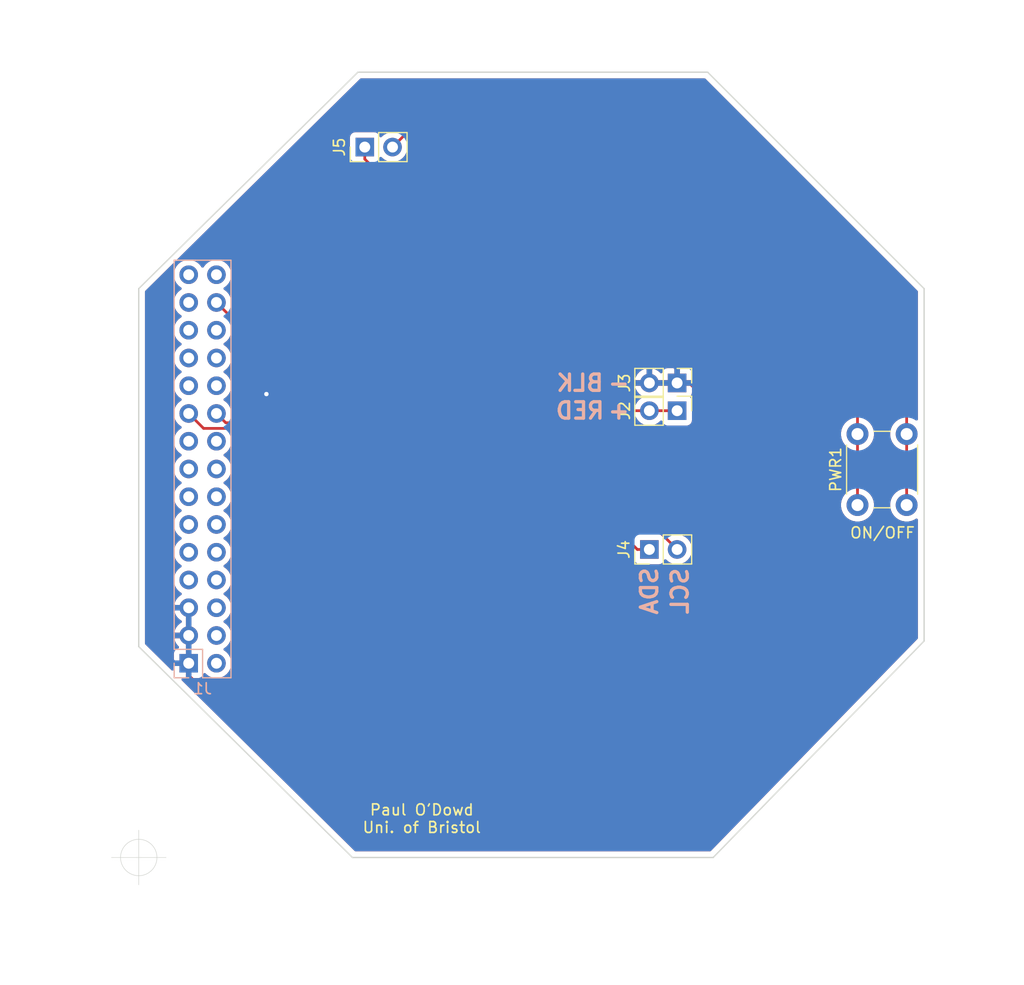
<source format=kicad_pcb>
(kicad_pcb (version 20171130) (host pcbnew "(5.1.4)-1")

  (general
    (thickness 1.6)
    (drawings 17)
    (tracks 36)
    (zones 0)
    (modules 6)
    (nets 31)
  )

  (page A4)
  (layers
    (0 F.Cu signal)
    (31 B.Cu signal)
    (32 B.Adhes user hide)
    (33 F.Adhes user hide)
    (34 B.Paste user hide)
    (35 F.Paste user hide)
    (36 B.SilkS user)
    (37 F.SilkS user)
    (38 B.Mask user)
    (39 F.Mask user)
    (40 Dwgs.User user hide)
    (41 Cmts.User user hide)
    (42 Eco1.User user hide)
    (43 Eco2.User user hide)
    (44 Edge.Cuts user)
    (45 Margin user hide)
    (46 B.CrtYd user)
    (47 F.CrtYd user hide)
    (48 B.Fab user)
    (49 F.Fab user hide)
  )

  (setup
    (last_trace_width 0.25)
    (trace_clearance 0.2)
    (zone_clearance 0.508)
    (zone_45_only no)
    (trace_min 0.2)
    (via_size 0.8)
    (via_drill 0.4)
    (via_min_size 0.4)
    (via_min_drill 0.3)
    (uvia_size 0.3)
    (uvia_drill 0.1)
    (uvias_allowed no)
    (uvia_min_size 0.2)
    (uvia_min_drill 0.1)
    (edge_width 0.05)
    (segment_width 0.2)
    (pcb_text_width 0.3)
    (pcb_text_size 1.5 1.5)
    (mod_edge_width 0.12)
    (mod_text_size 1 1)
    (mod_text_width 0.15)
    (pad_size 1.07 1.8)
    (pad_drill 0.7)
    (pad_to_mask_clearance 0.051)
    (solder_mask_min_width 0.25)
    (aux_axis_origin 82.804 130.048)
    (grid_origin 82.804 130.048)
    (visible_elements 7FFFFFFF)
    (pcbplotparams
      (layerselection 0x010f0_ffffffff)
      (usegerberextensions false)
      (usegerberattributes false)
      (usegerberadvancedattributes false)
      (creategerberjobfile false)
      (excludeedgelayer true)
      (linewidth 0.100000)
      (plotframeref false)
      (viasonmask false)
      (mode 1)
      (useauxorigin false)
      (hpglpennumber 1)
      (hpglpenspeed 20)
      (hpglpendiameter 15.000000)
      (psnegative false)
      (psa4output false)
      (plotreference true)
      (plotvalue true)
      (plotinvisibletext false)
      (padsonsilk false)
      (subtractmaskfromsilk false)
      (outputformat 1)
      (mirror false)
      (drillshape 0)
      (scaleselection 1)
      (outputdirectory "Gerbers/"))
  )

  (net 0 "")
  (net 1 GND)
  (net 2 +5V)
  (net 3 "Net-(J5-Pad1)")
  (net 4 "Net-(J5-Pad2)")
  (net 5 "Net-(J1-Pad2)")
  (net 6 "Net-(J1-Pad4)")
  (net 7 "Net-(J1-Pad6)")
  (net 8 "Net-(J1-Pad7)")
  (net 9 "Net-(J1-Pad8)")
  (net 10 "Net-(J1-Pad9)")
  (net 11 "Net-(J1-Pad10)")
  (net 12 "Net-(J1-Pad11)")
  (net 13 "Net-(J1-Pad12)")
  (net 14 "Net-(J1-Pad13)")
  (net 15 "Net-(J1-Pad15)")
  (net 16 "Net-(J1-Pad19)")
  (net 17 "Net-(J1-Pad20)")
  (net 18 "Net-(J1-Pad21)")
  (net 19 "Net-(J1-Pad22)")
  (net 20 "Net-(J1-Pad23)")
  (net 21 "Net-(J1-Pad24)")
  (net 22 "Net-(J1-Pad25)")
  (net 23 "Net-(J1-Pad26)")
  (net 24 "Net-(J1-Pad27)")
  (net 25 "Net-(J1-Pad29)")
  (net 26 "Net-(J1-Pad30)")
  (net 27 "Net-(J1-Pad14)")
  (net 28 "Net-(J1-Pad16)")
  (net 29 "Net-(J1-Pad17)")
  (net 30 "Net-(J1-Pad18)")

  (net_class Default "This is the default net class."
    (clearance 0.2)
    (trace_width 0.25)
    (via_dia 0.8)
    (via_drill 0.4)
    (uvia_dia 0.3)
    (uvia_drill 0.1)
    (add_net +5V)
    (add_net GND)
    (add_net "Net-(J1-Pad10)")
    (add_net "Net-(J1-Pad11)")
    (add_net "Net-(J1-Pad12)")
    (add_net "Net-(J1-Pad13)")
    (add_net "Net-(J1-Pad14)")
    (add_net "Net-(J1-Pad15)")
    (add_net "Net-(J1-Pad16)")
    (add_net "Net-(J1-Pad17)")
    (add_net "Net-(J1-Pad18)")
    (add_net "Net-(J1-Pad19)")
    (add_net "Net-(J1-Pad2)")
    (add_net "Net-(J1-Pad20)")
    (add_net "Net-(J1-Pad21)")
    (add_net "Net-(J1-Pad22)")
    (add_net "Net-(J1-Pad23)")
    (add_net "Net-(J1-Pad24)")
    (add_net "Net-(J1-Pad25)")
    (add_net "Net-(J1-Pad26)")
    (add_net "Net-(J1-Pad27)")
    (add_net "Net-(J1-Pad29)")
    (add_net "Net-(J1-Pad30)")
    (add_net "Net-(J1-Pad4)")
    (add_net "Net-(J1-Pad6)")
    (add_net "Net-(J1-Pad7)")
    (add_net "Net-(J1-Pad8)")
    (add_net "Net-(J1-Pad9)")
    (add_net "Net-(J5-Pad1)")
    (add_net "Net-(J5-Pad2)")
  )

  (module Connector_PinHeader_2.54mm:PinHeader_1x02_P2.54mm_Vertical (layer F.Cu) (tedit 59FED5CC) (tstamp 62553FF5)
    (at 132.08 89.154 270)
    (descr "Through hole straight pin header, 1x02, 2.54mm pitch, single row")
    (tags "Through hole pin header THT 1x02 2.54mm single row")
    (path /622E82BA)
    (fp_text reference J2 (at 0 4.826 90) (layer F.SilkS)
      (effects (font (size 1 1) (thickness 0.15)))
    )
    (fp_text value 5v_3Pi (at 2.54 1.27 180) (layer F.Fab)
      (effects (font (size 1 1) (thickness 0.15)))
    )
    (fp_line (start -0.635 -1.27) (end 1.27 -1.27) (layer F.Fab) (width 0.1))
    (fp_line (start 1.27 -1.27) (end 1.27 3.81) (layer F.Fab) (width 0.1))
    (fp_line (start 1.27 3.81) (end -1.27 3.81) (layer F.Fab) (width 0.1))
    (fp_line (start -1.27 3.81) (end -1.27 -0.635) (layer F.Fab) (width 0.1))
    (fp_line (start -1.27 -0.635) (end -0.635 -1.27) (layer F.Fab) (width 0.1))
    (fp_line (start -1.33 3.87) (end 1.33 3.87) (layer F.SilkS) (width 0.12))
    (fp_line (start -1.33 1.27) (end -1.33 3.87) (layer F.SilkS) (width 0.12))
    (fp_line (start 1.33 1.27) (end 1.33 3.87) (layer F.SilkS) (width 0.12))
    (fp_line (start -1.33 1.27) (end 1.33 1.27) (layer F.SilkS) (width 0.12))
    (fp_line (start -1.33 0) (end -1.33 -1.33) (layer F.SilkS) (width 0.12))
    (fp_line (start -1.33 -1.33) (end 0 -1.33) (layer F.SilkS) (width 0.12))
    (fp_line (start -1.8 -1.8) (end -1.8 4.35) (layer F.CrtYd) (width 0.05))
    (fp_line (start -1.8 4.35) (end 1.8 4.35) (layer F.CrtYd) (width 0.05))
    (fp_line (start 1.8 4.35) (end 1.8 -1.8) (layer F.CrtYd) (width 0.05))
    (fp_line (start 1.8 -1.8) (end -1.8 -1.8) (layer F.CrtYd) (width 0.05))
    (fp_text user %R (at 0 1.27) (layer F.Fab)
      (effects (font (size 1 1) (thickness 0.15)))
    )
    (pad 1 thru_hole rect (at 0 0 270) (size 1.7 1.7) (drill 1) (layers *.Cu *.Mask)
      (net 2 +5V))
    (pad 2 thru_hole oval (at 0 2.54 270) (size 1.7 1.7) (drill 1) (layers *.Cu *.Mask)
      (net 2 +5V))
    (model ${KISYS3DMOD}/Connector_PinHeader_2.54mm.3dshapes/PinHeader_1x02_P2.54mm_Vertical.wrl
      (at (xyz 0 0 0))
      (scale (xyz 1 1 1))
      (rotate (xyz 0 0 0))
    )
  )

  (module Connector_PinHeader_2.54mm:PinHeader_1x02_P2.54mm_Vertical (layer F.Cu) (tedit 59FED5CC) (tstamp 62553FB5)
    (at 132.08 86.614 270)
    (descr "Through hole straight pin header, 1x02, 2.54mm pitch, single row")
    (tags "Through hole pin header THT 1x02 2.54mm single row")
    (path /622E6D83)
    (fp_text reference J3 (at 0 4.826 90) (layer F.SilkS)
      (effects (font (size 1 1) (thickness 0.15)))
    )
    (fp_text value GND_3Pi (at -2.54 1.27) (layer F.Fab)
      (effects (font (size 1 1) (thickness 0.15)))
    )
    (fp_line (start -0.635 -1.27) (end 1.27 -1.27) (layer F.Fab) (width 0.1))
    (fp_line (start 1.27 -1.27) (end 1.27 3.81) (layer F.Fab) (width 0.1))
    (fp_line (start 1.27 3.81) (end -1.27 3.81) (layer F.Fab) (width 0.1))
    (fp_line (start -1.27 3.81) (end -1.27 -0.635) (layer F.Fab) (width 0.1))
    (fp_line (start -1.27 -0.635) (end -0.635 -1.27) (layer F.Fab) (width 0.1))
    (fp_line (start -1.33 3.87) (end 1.33 3.87) (layer F.SilkS) (width 0.12))
    (fp_line (start -1.33 1.27) (end -1.33 3.87) (layer F.SilkS) (width 0.12))
    (fp_line (start 1.33 1.27) (end 1.33 3.87) (layer F.SilkS) (width 0.12))
    (fp_line (start -1.33 1.27) (end 1.33 1.27) (layer F.SilkS) (width 0.12))
    (fp_line (start -1.33 0) (end -1.33 -1.33) (layer F.SilkS) (width 0.12))
    (fp_line (start -1.33 -1.33) (end 0 -1.33) (layer F.SilkS) (width 0.12))
    (fp_line (start -1.8 -1.8) (end -1.8 4.35) (layer F.CrtYd) (width 0.05))
    (fp_line (start -1.8 4.35) (end 1.8 4.35) (layer F.CrtYd) (width 0.05))
    (fp_line (start 1.8 4.35) (end 1.8 -1.8) (layer F.CrtYd) (width 0.05))
    (fp_line (start 1.8 -1.8) (end -1.8 -1.8) (layer F.CrtYd) (width 0.05))
    (fp_text user %R (at 0 1.27) (layer F.Fab)
      (effects (font (size 1 1) (thickness 0.15)))
    )
    (pad 1 thru_hole rect (at 0 0 270) (size 1.7 1.7) (drill 1) (layers *.Cu *.Mask)
      (net 1 GND))
    (pad 2 thru_hole oval (at 0 2.54 270) (size 1.7 1.7) (drill 1) (layers *.Cu *.Mask)
      (net 1 GND))
    (model ${KISYS3DMOD}/Connector_PinHeader_2.54mm.3dshapes/PinHeader_1x02_P2.54mm_Vertical.wrl
      (at (xyz 0 0 0))
      (scale (xyz 1 1 1))
      (rotate (xyz 0 0 0))
    )
  )

  (module Connector_PinHeader_2.54mm:PinHeader_1x02_P2.54mm_Vertical (layer F.Cu) (tedit 59FED5CC) (tstamp 62553F32)
    (at 129.54 101.854 90)
    (descr "Through hole straight pin header, 1x02, 2.54mm pitch, single row")
    (tags "Through hole pin header THT 1x02 2.54mm single row")
    (path /622E8999)
    (fp_text reference J4 (at 0 -2.33 90) (layer F.SilkS)
      (effects (font (size 1 1) (thickness 0.15)))
    )
    (fp_text value I2C_3Pi (at 2.54 1.016) (layer F.Fab)
      (effects (font (size 1 1) (thickness 0.15)))
    )
    (fp_text user %R (at 0 1.27) (layer F.Fab)
      (effects (font (size 1 1) (thickness 0.15)))
    )
    (fp_line (start 1.8 -1.8) (end -1.8 -1.8) (layer F.CrtYd) (width 0.05))
    (fp_line (start 1.8 4.35) (end 1.8 -1.8) (layer F.CrtYd) (width 0.05))
    (fp_line (start -1.8 4.35) (end 1.8 4.35) (layer F.CrtYd) (width 0.05))
    (fp_line (start -1.8 -1.8) (end -1.8 4.35) (layer F.CrtYd) (width 0.05))
    (fp_line (start -1.33 -1.33) (end 0 -1.33) (layer F.SilkS) (width 0.12))
    (fp_line (start -1.33 0) (end -1.33 -1.33) (layer F.SilkS) (width 0.12))
    (fp_line (start -1.33 1.27) (end 1.33 1.27) (layer F.SilkS) (width 0.12))
    (fp_line (start 1.33 1.27) (end 1.33 3.87) (layer F.SilkS) (width 0.12))
    (fp_line (start -1.33 1.27) (end -1.33 3.87) (layer F.SilkS) (width 0.12))
    (fp_line (start -1.33 3.87) (end 1.33 3.87) (layer F.SilkS) (width 0.12))
    (fp_line (start -1.27 -0.635) (end -0.635 -1.27) (layer F.Fab) (width 0.1))
    (fp_line (start -1.27 3.81) (end -1.27 -0.635) (layer F.Fab) (width 0.1))
    (fp_line (start 1.27 3.81) (end -1.27 3.81) (layer F.Fab) (width 0.1))
    (fp_line (start 1.27 -1.27) (end 1.27 3.81) (layer F.Fab) (width 0.1))
    (fp_line (start -0.635 -1.27) (end 1.27 -1.27) (layer F.Fab) (width 0.1))
    (pad 2 thru_hole oval (at 0 2.54 90) (size 1.7 1.7) (drill 1) (layers *.Cu *.Mask)
      (net 17 "Net-(J1-Pad20)"))
    (pad 1 thru_hole rect (at 0 0 90) (size 1.7 1.7) (drill 1) (layers *.Cu *.Mask)
      (net 16 "Net-(J1-Pad19)"))
    (model ${KISYS3DMOD}/Connector_PinHeader_2.54mm.3dshapes/PinHeader_1x02_P2.54mm_Vertical.wrl
      (at (xyz 0 0 0))
      (scale (xyz 1 1 1))
      (rotate (xyz 0 0 0))
    )
  )

  (module Connector_PinHeader_2.54mm:PinHeader_1x02_P2.54mm_Vertical (layer F.Cu) (tedit 59FED5CC) (tstamp 62C80771)
    (at 103.492 65.024 90)
    (descr "Through hole straight pin header, 1x02, 2.54mm pitch, single row")
    (tags "Through hole pin header THT 1x02 2.54mm single row")
    (path /62C8426D)
    (fp_text reference J5 (at 0 -2.33 90) (layer F.SilkS)
      (effects (font (size 1 1) (thickness 0.15)))
    )
    (fp_text value 3PI_SWTCH (at 0 4.87 90) (layer F.Fab)
      (effects (font (size 1 1) (thickness 0.15)))
    )
    (fp_line (start -0.635 -1.27) (end 1.27 -1.27) (layer F.Fab) (width 0.1))
    (fp_line (start 1.27 -1.27) (end 1.27 3.81) (layer F.Fab) (width 0.1))
    (fp_line (start 1.27 3.81) (end -1.27 3.81) (layer F.Fab) (width 0.1))
    (fp_line (start -1.27 3.81) (end -1.27 -0.635) (layer F.Fab) (width 0.1))
    (fp_line (start -1.27 -0.635) (end -0.635 -1.27) (layer F.Fab) (width 0.1))
    (fp_line (start -1.33 3.87) (end 1.33 3.87) (layer F.SilkS) (width 0.12))
    (fp_line (start -1.33 1.27) (end -1.33 3.87) (layer F.SilkS) (width 0.12))
    (fp_line (start 1.33 1.27) (end 1.33 3.87) (layer F.SilkS) (width 0.12))
    (fp_line (start -1.33 1.27) (end 1.33 1.27) (layer F.SilkS) (width 0.12))
    (fp_line (start -1.33 0) (end -1.33 -1.33) (layer F.SilkS) (width 0.12))
    (fp_line (start -1.33 -1.33) (end 0 -1.33) (layer F.SilkS) (width 0.12))
    (fp_line (start -1.8 -1.8) (end -1.8 4.35) (layer F.CrtYd) (width 0.05))
    (fp_line (start -1.8 4.35) (end 1.8 4.35) (layer F.CrtYd) (width 0.05))
    (fp_line (start 1.8 4.35) (end 1.8 -1.8) (layer F.CrtYd) (width 0.05))
    (fp_line (start 1.8 -1.8) (end -1.8 -1.8) (layer F.CrtYd) (width 0.05))
    (fp_text user %R (at 0 1.27) (layer F.Fab)
      (effects (font (size 1 1) (thickness 0.15)))
    )
    (pad 1 thru_hole rect (at 0 0 90) (size 1.7 1.7) (drill 1) (layers *.Cu *.Mask)
      (net 3 "Net-(J5-Pad1)"))
    (pad 2 thru_hole oval (at 0 2.54 90) (size 1.7 1.7) (drill 1) (layers *.Cu *.Mask)
      (net 4 "Net-(J5-Pad2)"))
    (model ${KISYS3DMOD}/Connector_PinHeader_2.54mm.3dshapes/PinHeader_1x02_P2.54mm_Vertical.wrl
      (at (xyz 0 0 0))
      (scale (xyz 1 1 1))
      (rotate (xyz 0 0 0))
    )
  )

  (module Button_Switch_THT:SW_PUSH_6mm (layer F.Cu) (tedit 5A02FE31) (tstamp 62C80790)
    (at 148.59 97.79 90)
    (descr https://www.omron.com/ecb/products/pdf/en-b3f.pdf)
    (tags "tact sw push 6mm")
    (path /62C8351B)
    (fp_text reference PWR1 (at 3.25 -2 90) (layer F.SilkS)
      (effects (font (size 1 1) (thickness 0.15)))
    )
    (fp_text value Bttn (at 3.75 6.7 90) (layer F.Fab)
      (effects (font (size 1 1) (thickness 0.15)))
    )
    (fp_text user %R (at 3.25 2.25 90) (layer F.Fab)
      (effects (font (size 1 1) (thickness 0.15)))
    )
    (fp_line (start 3.25 -0.75) (end 6.25 -0.75) (layer F.Fab) (width 0.1))
    (fp_line (start 6.25 -0.75) (end 6.25 5.25) (layer F.Fab) (width 0.1))
    (fp_line (start 6.25 5.25) (end 0.25 5.25) (layer F.Fab) (width 0.1))
    (fp_line (start 0.25 5.25) (end 0.25 -0.75) (layer F.Fab) (width 0.1))
    (fp_line (start 0.25 -0.75) (end 3.25 -0.75) (layer F.Fab) (width 0.1))
    (fp_line (start 7.75 6) (end 8 6) (layer F.CrtYd) (width 0.05))
    (fp_line (start 8 6) (end 8 5.75) (layer F.CrtYd) (width 0.05))
    (fp_line (start 7.75 -1.5) (end 8 -1.5) (layer F.CrtYd) (width 0.05))
    (fp_line (start 8 -1.5) (end 8 -1.25) (layer F.CrtYd) (width 0.05))
    (fp_line (start -1.5 -1.25) (end -1.5 -1.5) (layer F.CrtYd) (width 0.05))
    (fp_line (start -1.5 -1.5) (end -1.25 -1.5) (layer F.CrtYd) (width 0.05))
    (fp_line (start -1.5 5.75) (end -1.5 6) (layer F.CrtYd) (width 0.05))
    (fp_line (start -1.5 6) (end -1.25 6) (layer F.CrtYd) (width 0.05))
    (fp_line (start -1.25 -1.5) (end 7.75 -1.5) (layer F.CrtYd) (width 0.05))
    (fp_line (start -1.5 5.75) (end -1.5 -1.25) (layer F.CrtYd) (width 0.05))
    (fp_line (start 7.75 6) (end -1.25 6) (layer F.CrtYd) (width 0.05))
    (fp_line (start 8 -1.25) (end 8 5.75) (layer F.CrtYd) (width 0.05))
    (fp_line (start 1 5.5) (end 5.5 5.5) (layer F.SilkS) (width 0.12))
    (fp_line (start -0.25 1.5) (end -0.25 3) (layer F.SilkS) (width 0.12))
    (fp_line (start 5.5 -1) (end 1 -1) (layer F.SilkS) (width 0.12))
    (fp_line (start 6.75 3) (end 6.75 1.5) (layer F.SilkS) (width 0.12))
    (fp_circle (center 3.25 2.25) (end 1.25 2.5) (layer F.Fab) (width 0.1))
    (pad 2 thru_hole circle (at 0 4.5 180) (size 2 2) (drill 1.1) (layers *.Cu *.Mask)
      (net 4 "Net-(J5-Pad2)"))
    (pad 1 thru_hole circle (at 0 0 180) (size 2 2) (drill 1.1) (layers *.Cu *.Mask)
      (net 3 "Net-(J5-Pad1)"))
    (pad 2 thru_hole circle (at 6.5 4.5 180) (size 2 2) (drill 1.1) (layers *.Cu *.Mask)
      (net 4 "Net-(J5-Pad2)"))
    (pad 1 thru_hole circle (at 6.5 0 180) (size 2 2) (drill 1.1) (layers *.Cu *.Mask)
      (net 3 "Net-(J5-Pad1)"))
    (model ${KISYS3DMOD}/Button_Switch_THT.3dshapes/SW_PUSH_6mm.wrl
      (at (xyz 0 0 0))
      (scale (xyz 1 1 1))
      (rotate (xyz 0 0 0))
    )
  )

  (module Connector_PinHeader_2.54mm:PinHeader_2x15_P2.54mm_Vertical (layer B.Cu) (tedit 59FED5CC) (tstamp 62CEA538)
    (at 87.376 112.268)
    (descr "Through hole straight pin header, 2x15, 2.54mm pitch, double rows")
    (tags "Through hole pin header THT 2x15 2.54mm double row")
    (path /62CF04AF)
    (fp_text reference J1 (at 1.27 2.33) (layer B.SilkS)
      (effects (font (size 1 1) (thickness 0.15)) (justify mirror))
    )
    (fp_text value M5Core2 (at 5.08 -38.1) (layer B.Fab)
      (effects (font (size 1 1) (thickness 0.15)) (justify mirror))
    )
    (fp_line (start 0 1.27) (end 3.81 1.27) (layer B.Fab) (width 0.1))
    (fp_line (start 3.81 1.27) (end 3.81 -36.83) (layer B.Fab) (width 0.1))
    (fp_line (start 3.81 -36.83) (end -1.27 -36.83) (layer B.Fab) (width 0.1))
    (fp_line (start -1.27 -36.83) (end -1.27 0) (layer B.Fab) (width 0.1))
    (fp_line (start -1.27 0) (end 0 1.27) (layer B.Fab) (width 0.1))
    (fp_line (start -1.33 -36.89) (end 3.87 -36.89) (layer B.SilkS) (width 0.12))
    (fp_line (start -1.33 -1.27) (end -1.33 -36.89) (layer B.SilkS) (width 0.12))
    (fp_line (start 3.87 1.33) (end 3.87 -36.89) (layer B.SilkS) (width 0.12))
    (fp_line (start -1.33 -1.27) (end 1.27 -1.27) (layer B.SilkS) (width 0.12))
    (fp_line (start 1.27 -1.27) (end 1.27 1.33) (layer B.SilkS) (width 0.12))
    (fp_line (start 1.27 1.33) (end 3.87 1.33) (layer B.SilkS) (width 0.12))
    (fp_line (start -1.33 0) (end -1.33 1.33) (layer B.SilkS) (width 0.12))
    (fp_line (start -1.33 1.33) (end 0 1.33) (layer B.SilkS) (width 0.12))
    (fp_line (start -1.8 1.8) (end -1.8 -37.35) (layer B.CrtYd) (width 0.05))
    (fp_line (start -1.8 -37.35) (end 4.35 -37.35) (layer B.CrtYd) (width 0.05))
    (fp_line (start 4.35 -37.35) (end 4.35 1.8) (layer B.CrtYd) (width 0.05))
    (fp_line (start 4.35 1.8) (end -1.8 1.8) (layer B.CrtYd) (width 0.05))
    (fp_text user %R (at 1.27 -17.78 -90) (layer B.Fab)
      (effects (font (size 1 1) (thickness 0.15)) (justify mirror))
    )
    (pad 1 thru_hole rect (at 0 0) (size 1.7 1.7) (drill 1) (layers *.Cu *.Mask)
      (net 1 GND))
    (pad 2 thru_hole oval (at 2.54 0) (size 1.7 1.7) (drill 1) (layers *.Cu *.Mask)
      (net 5 "Net-(J1-Pad2)"))
    (pad 3 thru_hole oval (at 0 -2.54) (size 1.7 1.7) (drill 1) (layers *.Cu *.Mask)
      (net 1 GND))
    (pad 4 thru_hole oval (at 2.54 -2.54) (size 1.7 1.7) (drill 1) (layers *.Cu *.Mask)
      (net 6 "Net-(J1-Pad4)"))
    (pad 5 thru_hole oval (at 0 -5.08) (size 1.7 1.7) (drill 1) (layers *.Cu *.Mask)
      (net 1 GND))
    (pad 6 thru_hole oval (at 2.54 -5.08) (size 1.7 1.7) (drill 1) (layers *.Cu *.Mask)
      (net 7 "Net-(J1-Pad6)"))
    (pad 7 thru_hole oval (at 0 -7.62) (size 1.7 1.7) (drill 1) (layers *.Cu *.Mask)
      (net 8 "Net-(J1-Pad7)"))
    (pad 8 thru_hole oval (at 2.54 -7.62) (size 1.7 1.7) (drill 1) (layers *.Cu *.Mask)
      (net 9 "Net-(J1-Pad8)"))
    (pad 9 thru_hole oval (at 0 -10.16) (size 1.7 1.7) (drill 1) (layers *.Cu *.Mask)
      (net 10 "Net-(J1-Pad9)"))
    (pad 10 thru_hole oval (at 2.54 -10.16) (size 1.7 1.7) (drill 1) (layers *.Cu *.Mask)
      (net 11 "Net-(J1-Pad10)"))
    (pad 11 thru_hole oval (at 0 -12.7) (size 1.7 1.7) (drill 1) (layers *.Cu *.Mask)
      (net 12 "Net-(J1-Pad11)"))
    (pad 12 thru_hole oval (at 2.54 -12.7) (size 1.7 1.7) (drill 1) (layers *.Cu *.Mask)
      (net 13 "Net-(J1-Pad12)"))
    (pad 13 thru_hole oval (at 0 -15.24) (size 1.7 1.7) (drill 1) (layers *.Cu *.Mask)
      (net 14 "Net-(J1-Pad13)"))
    (pad 14 thru_hole oval (at 2.54 -15.24) (size 1.7 1.7) (drill 1) (layers *.Cu *.Mask)
      (net 27 "Net-(J1-Pad14)"))
    (pad 15 thru_hole oval (at 0 -17.78) (size 1.7 1.7) (drill 1) (layers *.Cu *.Mask)
      (net 15 "Net-(J1-Pad15)"))
    (pad 16 thru_hole oval (at 2.54 -17.78) (size 1.7 1.7) (drill 1) (layers *.Cu *.Mask)
      (net 28 "Net-(J1-Pad16)"))
    (pad 17 thru_hole oval (at 0 -20.32) (size 1.7 1.7) (drill 1) (layers *.Cu *.Mask)
      (net 29 "Net-(J1-Pad17)"))
    (pad 18 thru_hole oval (at 2.54 -20.32) (size 1.7 1.7) (drill 1) (layers *.Cu *.Mask)
      (net 30 "Net-(J1-Pad18)"))
    (pad 19 thru_hole oval (at 0 -22.86) (size 1.7 1.7) (drill 1) (layers *.Cu *.Mask)
      (net 16 "Net-(J1-Pad19)"))
    (pad 20 thru_hole oval (at 2.54 -22.86) (size 1.7 1.7) (drill 1) (layers *.Cu *.Mask)
      (net 17 "Net-(J1-Pad20)"))
    (pad 21 thru_hole oval (at 0 -25.4) (size 1.7 1.7) (drill 1) (layers *.Cu *.Mask)
      (net 18 "Net-(J1-Pad21)"))
    (pad 22 thru_hole oval (at 2.54 -25.4) (size 1.7 1.7) (drill 1) (layers *.Cu *.Mask)
      (net 19 "Net-(J1-Pad22)"))
    (pad 23 thru_hole oval (at 0 -27.94) (size 1.7 1.7) (drill 1) (layers *.Cu *.Mask)
      (net 20 "Net-(J1-Pad23)"))
    (pad 24 thru_hole oval (at 2.54 -27.94) (size 1.7 1.7) (drill 1) (layers *.Cu *.Mask)
      (net 21 "Net-(J1-Pad24)"))
    (pad 25 thru_hole oval (at 0 -30.48) (size 1.7 1.7) (drill 1) (layers *.Cu *.Mask)
      (net 22 "Net-(J1-Pad25)"))
    (pad 26 thru_hole oval (at 2.54 -30.48) (size 1.7 1.7) (drill 1) (layers *.Cu *.Mask)
      (net 23 "Net-(J1-Pad26)"))
    (pad 27 thru_hole oval (at 0 -33.02) (size 1.7 1.7) (drill 1) (layers *.Cu *.Mask)
      (net 24 "Net-(J1-Pad27)"))
    (pad 28 thru_hole oval (at 2.54 -33.02) (size 1.7 1.7) (drill 1) (layers *.Cu *.Mask)
      (net 2 +5V))
    (pad 29 thru_hole oval (at 0 -35.56) (size 1.7 1.7) (drill 1) (layers *.Cu *.Mask)
      (net 25 "Net-(J1-Pad29)"))
    (pad 30 thru_hole oval (at 2.54 -35.56) (size 1.7 1.7) (drill 1) (layers *.Cu *.Mask)
      (net 26 "Net-(J1-Pad30)"))
    (model ${KISYS3DMOD}/Connector_PinHeader_2.54mm.3dshapes/PinHeader_2x15_P2.54mm_Vertical.wrl
      (at (xyz 0 0 0))
      (scale (xyz 1 1 1))
      (rotate (xyz 0 0 0))
    )
  )

  (gr_text "Paul O'Dowd\nUni. of Bristol" (at 108.712 126.492) (layer F.SilkS)
    (effects (font (size 1 1) (thickness 0.15)))
  )
  (gr_text ON/OFF (at 150.876 100.33) (layer F.SilkS)
    (effects (font (size 1 1) (thickness 0.15)))
  )
  (gr_text SDA (at 129.54 105.664 90) (layer B.SilkS)
    (effects (font (size 1.5 1.5) (thickness 0.3)) (justify mirror))
  )
  (gr_text SCL (at 132.334 105.664 90) (layer B.SilkS)
    (effects (font (size 1.5 1.5) (thickness 0.3)) (justify mirror))
  )
  (gr_text BLK (at 123.19 86.614) (layer B.SilkS)
    (effects (font (size 1.5 1.5) (thickness 0.3)) (justify mirror))
  )
  (gr_text RED (at 123.19 89.154) (layer B.SilkS)
    (effects (font (size 1.5 1.5) (thickness 0.3)) (justify mirror))
  )
  (gr_text - (at 126.746 86.614) (layer B.SilkS)
    (effects (font (size 1.5 1.5) (thickness 0.3)))
  )
  (gr_text + (at 126.746 89.154) (layer B.SilkS)
    (effects (font (size 1.5 1.5) (thickness 0.3)))
  )
  (target plus (at 82.804 130.048) (size 5) (width 0.05) (layer Edge.Cuts))
  (gr_line (start 82.804 77.978) (end 102.87 58.166) (layer Edge.Cuts) (width 0.12) (tstamp 622BB20B))
  (gr_line (start 82.804 110.744) (end 82.804 77.978) (layer Edge.Cuts) (width 0.12))
  (gr_line (start 102.362 130.048) (end 82.804 110.744) (layer Edge.Cuts) (width 0.12))
  (gr_line (start 135.382 130.048) (end 102.362 130.048) (layer Edge.Cuts) (width 0.12))
  (gr_line (start 154.686 110.236) (end 135.382 130.048) (layer Edge.Cuts) (width 0.12))
  (gr_line (start 154.686 77.978) (end 154.686 110.236) (layer Edge.Cuts) (width 0.12))
  (gr_line (start 134.874 58.166) (end 154.686 77.978) (layer Edge.Cuts) (width 0.12))
  (gr_line (start 102.87 58.166) (end 134.874 58.166) (layer Edge.Cuts) (width 0.12))

  (via (at 94.488 87.63) (size 0.8) (drill 0.4) (layers F.Cu B.Cu) (net 1))
  (segment (start 132.08 86.614) (end 129.54 86.614) (width 0.25) (layer F.Cu) (net 1))
  (segment (start 87.376 108.390081) (end 87.376 112.268) (width 0.25) (layer F.Cu) (net 1))
  (segment (start 87.376 107.188) (end 87.376 108.390081) (width 0.25) (layer F.Cu) (net 1))
  (segment (start 133.18 86.614) (end 132.08 86.614) (width 0.25) (layer F.Cu) (net 1))
  (segment (start 87.376 112.268) (end 87.376 113.368) (width 0.25) (layer F.Cu) (net 1))
  (segment (start 87.376 113.368) (end 88.816 114.808) (width 0.25) (layer F.Cu) (net 1))
  (segment (start 88.816 114.808) (end 131.826 114.808) (width 0.25) (layer F.Cu) (net 1))
  (segment (start 131.826 114.808) (end 138.684 107.95) (width 0.25) (layer F.Cu) (net 1))
  (segment (start 138.684 107.95) (end 138.684 92.118) (width 0.25) (layer F.Cu) (net 1))
  (segment (start 138.684 92.118) (end 133.18 86.614) (width 0.25) (layer F.Cu) (net 1))
  (segment (start 132.08 89.154) (end 129.54 89.154) (width 0.25) (layer F.Cu) (net 2))
  (segment (start 99.822 89.154) (end 129.54 89.154) (width 0.25) (layer F.Cu) (net 2))
  (segment (start 89.916 79.248) (end 99.822 89.154) (width 0.25) (layer F.Cu) (net 2))
  (segment (start 148.59 96.375787) (end 148.59 91.29) (width 0.25) (layer F.Cu) (net 3))
  (segment (start 148.59 97.79) (end 148.59 96.375787) (width 0.25) (layer F.Cu) (net 3))
  (segment (start 148.59 91.29) (end 148.59 88.9) (width 0.25) (layer F.Cu) (net 3))
  (segment (start 148.59 88.9) (end 128.778 69.088) (width 0.25) (layer F.Cu) (net 3))
  (segment (start 103.492 66.124) (end 103.492 65.024) (width 0.25) (layer F.Cu) (net 3))
  (segment (start 106.456 69.088) (end 103.492 66.124) (width 0.25) (layer F.Cu) (net 3))
  (segment (start 128.778 69.088) (end 106.456 69.088) (width 0.25) (layer F.Cu) (net 3))
  (segment (start 106.358 65.35) (end 106.032 65.024) (width 0.25) (layer F.Cu) (net 4))
  (segment (start 153.09 91.29) (end 153.09 79.176) (width 0.25) (layer F.Cu) (net 4))
  (segment (start 153.09 79.176) (end 133.604 59.69) (width 0.25) (layer F.Cu) (net 4))
  (segment (start 111.366 59.69) (end 106.032 65.024) (width 0.25) (layer F.Cu) (net 4))
  (segment (start 133.604 59.69) (end 111.366 59.69) (width 0.25) (layer F.Cu) (net 4))
  (segment (start 153.09 96.375787) (end 153.09 91.29) (width 0.25) (layer F.Cu) (net 4))
  (segment (start 153.09 97.79) (end 153.09 96.375787) (width 0.25) (layer F.Cu) (net 4))
  (segment (start 128.44 101.854) (end 129.54 101.854) (width 0.25) (layer F.Cu) (net 16))
  (segment (start 117.358999 90.772999) (end 128.44 101.854) (width 0.25) (layer F.Cu) (net 16))
  (segment (start 88.740999 90.772999) (end 117.358999 90.772999) (width 0.25) (layer F.Cu) (net 16))
  (segment (start 87.376 89.408) (end 88.740999 90.772999) (width 0.25) (layer F.Cu) (net 16))
  (segment (start 131.230001 101.004001) (end 132.08 101.854) (width 0.25) (layer F.Cu) (net 17))
  (segment (start 120.483999 90.257999) (end 131.230001 101.004001) (width 0.25) (layer F.Cu) (net 17))
  (segment (start 90.765999 90.257999) (end 120.483999 90.257999) (width 0.25) (layer F.Cu) (net 17))
  (segment (start 89.916 89.408) (end 90.765999 90.257999) (width 0.25) (layer F.Cu) (net 17))

  (zone (net 1) (net_name GND) (layer B.Cu) (tstamp 0) (hatch edge 0.508)
    (connect_pads (clearance 0.508))
    (min_thickness 0.254)
    (fill yes (arc_segments 32) (thermal_gap 0.508) (thermal_bridge_width 0.508))
    (polygon
      (pts
        (xy 79.756 53.848) (xy 162.56 54.61) (xy 162.052 138.938) (xy 72.898 135.128)
      )
    )
    (filled_polygon
      (pts
        (xy 153.991 78.265879) (xy 153.991 89.925632) (xy 153.864463 89.841082) (xy 153.566912 89.717832) (xy 153.251033 89.655)
        (xy 152.928967 89.655) (xy 152.613088 89.717832) (xy 152.315537 89.841082) (xy 152.047748 90.020013) (xy 151.820013 90.247748)
        (xy 151.641082 90.515537) (xy 151.517832 90.813088) (xy 151.455 91.128967) (xy 151.455 91.451033) (xy 151.517832 91.766912)
        (xy 151.641082 92.064463) (xy 151.820013 92.332252) (xy 152.047748 92.559987) (xy 152.315537 92.738918) (xy 152.613088 92.862168)
        (xy 152.928967 92.925) (xy 153.251033 92.925) (xy 153.566912 92.862168) (xy 153.864463 92.738918) (xy 153.991 92.654368)
        (xy 153.991001 96.425632) (xy 153.864463 96.341082) (xy 153.566912 96.217832) (xy 153.251033 96.155) (xy 152.928967 96.155)
        (xy 152.613088 96.217832) (xy 152.315537 96.341082) (xy 152.047748 96.520013) (xy 151.820013 96.747748) (xy 151.641082 97.015537)
        (xy 151.517832 97.313088) (xy 151.455 97.628967) (xy 151.455 97.951033) (xy 151.517832 98.266912) (xy 151.641082 98.564463)
        (xy 151.820013 98.832252) (xy 152.047748 99.059987) (xy 152.315537 99.238918) (xy 152.613088 99.362168) (xy 152.928967 99.425)
        (xy 153.251033 99.425) (xy 153.566912 99.362168) (xy 153.864463 99.238918) (xy 153.991001 99.154368) (xy 153.991001 109.953393)
        (xy 135.088821 129.353) (xy 102.647221 129.353) (xy 86.843319 113.754344) (xy 87.09025 113.753) (xy 87.249 113.59425)
        (xy 87.249 112.395) (xy 86.04975 112.395) (xy 85.891 112.55375) (xy 85.889589 112.813) (xy 84.476234 111.418)
        (xy 85.887928 111.418) (xy 85.891 111.98225) (xy 86.04975 112.141) (xy 87.249 112.141) (xy 87.249 109.855)
        (xy 86.055845 109.855) (xy 85.934524 110.08489) (xy 85.979175 110.232099) (xy 86.104359 110.49492) (xy 86.278412 110.728269)
        (xy 86.362466 110.804034) (xy 86.28182 110.828498) (xy 86.171506 110.887463) (xy 86.074815 110.966815) (xy 85.995463 111.063506)
        (xy 85.936498 111.17382) (xy 85.900188 111.293518) (xy 85.887928 111.418) (xy 84.476234 111.418) (xy 83.499 110.453458)
        (xy 83.499 107.54489) (xy 85.934524 107.54489) (xy 85.979175 107.692099) (xy 86.104359 107.95492) (xy 86.278412 108.188269)
        (xy 86.494645 108.383178) (xy 86.620255 108.458) (xy 86.494645 108.532822) (xy 86.278412 108.727731) (xy 86.104359 108.96108)
        (xy 85.979175 109.223901) (xy 85.934524 109.37111) (xy 86.055845 109.601) (xy 87.249 109.601) (xy 87.249 107.315)
        (xy 86.055845 107.315) (xy 85.934524 107.54489) (xy 83.499 107.54489) (xy 83.499 78.268474) (xy 85.07948 76.708)
        (xy 85.883815 76.708) (xy 85.912487 76.999111) (xy 85.997401 77.279034) (xy 86.135294 77.537014) (xy 86.320866 77.763134)
        (xy 86.546986 77.948706) (xy 86.601791 77.978) (xy 86.546986 78.007294) (xy 86.320866 78.192866) (xy 86.135294 78.418986)
        (xy 85.997401 78.676966) (xy 85.912487 78.956889) (xy 85.883815 79.248) (xy 85.912487 79.539111) (xy 85.997401 79.819034)
        (xy 86.135294 80.077014) (xy 86.320866 80.303134) (xy 86.546986 80.488706) (xy 86.601791 80.518) (xy 86.546986 80.547294)
        (xy 86.320866 80.732866) (xy 86.135294 80.958986) (xy 85.997401 81.216966) (xy 85.912487 81.496889) (xy 85.883815 81.788)
        (xy 85.912487 82.079111) (xy 85.997401 82.359034) (xy 86.135294 82.617014) (xy 86.320866 82.843134) (xy 86.546986 83.028706)
        (xy 86.601791 83.058) (xy 86.546986 83.087294) (xy 86.320866 83.272866) (xy 86.135294 83.498986) (xy 85.997401 83.756966)
        (xy 85.912487 84.036889) (xy 85.883815 84.328) (xy 85.912487 84.619111) (xy 85.997401 84.899034) (xy 86.135294 85.157014)
        (xy 86.320866 85.383134) (xy 86.546986 85.568706) (xy 86.601791 85.598) (xy 86.546986 85.627294) (xy 86.320866 85.812866)
        (xy 86.135294 86.038986) (xy 85.997401 86.296966) (xy 85.912487 86.576889) (xy 85.883815 86.868) (xy 85.912487 87.159111)
        (xy 85.997401 87.439034) (xy 86.135294 87.697014) (xy 86.320866 87.923134) (xy 86.546986 88.108706) (xy 86.601791 88.138)
        (xy 86.546986 88.167294) (xy 86.320866 88.352866) (xy 86.135294 88.578986) (xy 85.997401 88.836966) (xy 85.912487 89.116889)
        (xy 85.883815 89.408) (xy 85.912487 89.699111) (xy 85.997401 89.979034) (xy 86.135294 90.237014) (xy 86.320866 90.463134)
        (xy 86.546986 90.648706) (xy 86.601791 90.678) (xy 86.546986 90.707294) (xy 86.320866 90.892866) (xy 86.135294 91.118986)
        (xy 85.997401 91.376966) (xy 85.912487 91.656889) (xy 85.883815 91.948) (xy 85.912487 92.239111) (xy 85.997401 92.519034)
        (xy 86.135294 92.777014) (xy 86.320866 93.003134) (xy 86.546986 93.188706) (xy 86.601791 93.218) (xy 86.546986 93.247294)
        (xy 86.320866 93.432866) (xy 86.135294 93.658986) (xy 85.997401 93.916966) (xy 85.912487 94.196889) (xy 85.883815 94.488)
        (xy 85.912487 94.779111) (xy 85.997401 95.059034) (xy 86.135294 95.317014) (xy 86.320866 95.543134) (xy 86.546986 95.728706)
        (xy 86.601791 95.758) (xy 86.546986 95.787294) (xy 86.320866 95.972866) (xy 86.135294 96.198986) (xy 85.997401 96.456966)
        (xy 85.912487 96.736889) (xy 85.883815 97.028) (xy 85.912487 97.319111) (xy 85.997401 97.599034) (xy 86.135294 97.857014)
        (xy 86.320866 98.083134) (xy 86.546986 98.268706) (xy 86.601791 98.298) (xy 86.546986 98.327294) (xy 86.320866 98.512866)
        (xy 86.135294 98.738986) (xy 85.997401 98.996966) (xy 85.912487 99.276889) (xy 85.883815 99.568) (xy 85.912487 99.859111)
        (xy 85.997401 100.139034) (xy 86.135294 100.397014) (xy 86.320866 100.623134) (xy 86.546986 100.808706) (xy 86.601791 100.838)
        (xy 86.546986 100.867294) (xy 86.320866 101.052866) (xy 86.135294 101.278986) (xy 85.997401 101.536966) (xy 85.912487 101.816889)
        (xy 85.883815 102.108) (xy 85.912487 102.399111) (xy 85.997401 102.679034) (xy 86.135294 102.937014) (xy 86.320866 103.163134)
        (xy 86.546986 103.348706) (xy 86.601791 103.378) (xy 86.546986 103.407294) (xy 86.320866 103.592866) (xy 86.135294 103.818986)
        (xy 85.997401 104.076966) (xy 85.912487 104.356889) (xy 85.883815 104.648) (xy 85.912487 104.939111) (xy 85.997401 105.219034)
        (xy 86.135294 105.477014) (xy 86.320866 105.703134) (xy 86.546986 105.888706) (xy 86.611523 105.923201) (xy 86.494645 105.992822)
        (xy 86.278412 106.187731) (xy 86.104359 106.42108) (xy 85.979175 106.683901) (xy 85.934524 106.83111) (xy 86.055845 107.061)
        (xy 87.249 107.061) (xy 87.249 107.041) (xy 87.503 107.041) (xy 87.503 107.061) (xy 87.523 107.061)
        (xy 87.523 107.315) (xy 87.503 107.315) (xy 87.503 109.601) (xy 87.523 109.601) (xy 87.523 109.855)
        (xy 87.503 109.855) (xy 87.503 112.141) (xy 87.523 112.141) (xy 87.523 112.395) (xy 87.503 112.395)
        (xy 87.503 113.59425) (xy 87.66175 113.753) (xy 88.226 113.756072) (xy 88.350482 113.743812) (xy 88.47018 113.707502)
        (xy 88.580494 113.648537) (xy 88.677185 113.569185) (xy 88.756537 113.472494) (xy 88.815502 113.36218) (xy 88.836393 113.293313)
        (xy 88.860866 113.323134) (xy 89.086986 113.508706) (xy 89.344966 113.646599) (xy 89.624889 113.731513) (xy 89.84305 113.753)
        (xy 89.98895 113.753) (xy 90.207111 113.731513) (xy 90.487034 113.646599) (xy 90.745014 113.508706) (xy 90.971134 113.323134)
        (xy 91.156706 113.097014) (xy 91.294599 112.839034) (xy 91.379513 112.559111) (xy 91.408185 112.268) (xy 91.379513 111.976889)
        (xy 91.294599 111.696966) (xy 91.156706 111.438986) (xy 90.971134 111.212866) (xy 90.745014 111.027294) (xy 90.690209 110.998)
        (xy 90.745014 110.968706) (xy 90.971134 110.783134) (xy 91.156706 110.557014) (xy 91.294599 110.299034) (xy 91.379513 110.019111)
        (xy 91.408185 109.728) (xy 91.379513 109.436889) (xy 91.294599 109.156966) (xy 91.156706 108.898986) (xy 90.971134 108.672866)
        (xy 90.745014 108.487294) (xy 90.690209 108.458) (xy 90.745014 108.428706) (xy 90.971134 108.243134) (xy 91.156706 108.017014)
        (xy 91.294599 107.759034) (xy 91.379513 107.479111) (xy 91.408185 107.188) (xy 91.379513 106.896889) (xy 91.294599 106.616966)
        (xy 91.156706 106.358986) (xy 90.971134 106.132866) (xy 90.745014 105.947294) (xy 90.690209 105.918) (xy 90.745014 105.888706)
        (xy 90.971134 105.703134) (xy 91.156706 105.477014) (xy 91.294599 105.219034) (xy 91.379513 104.939111) (xy 91.408185 104.648)
        (xy 91.379513 104.356889) (xy 91.294599 104.076966) (xy 91.156706 103.818986) (xy 90.971134 103.592866) (xy 90.745014 103.407294)
        (xy 90.690209 103.378) (xy 90.745014 103.348706) (xy 90.971134 103.163134) (xy 91.156706 102.937014) (xy 91.294599 102.679034)
        (xy 91.379513 102.399111) (xy 91.408185 102.108) (xy 91.379513 101.816889) (xy 91.294599 101.536966) (xy 91.156706 101.278986)
        (xy 90.971134 101.052866) (xy 90.911591 101.004) (xy 128.051928 101.004) (xy 128.051928 102.704) (xy 128.064188 102.828482)
        (xy 128.100498 102.94818) (xy 128.159463 103.058494) (xy 128.238815 103.155185) (xy 128.335506 103.234537) (xy 128.44582 103.293502)
        (xy 128.565518 103.329812) (xy 128.69 103.342072) (xy 130.39 103.342072) (xy 130.514482 103.329812) (xy 130.63418 103.293502)
        (xy 130.744494 103.234537) (xy 130.841185 103.155185) (xy 130.920537 103.058494) (xy 130.979502 102.94818) (xy 131.000393 102.879313)
        (xy 131.024866 102.909134) (xy 131.250986 103.094706) (xy 131.508966 103.232599) (xy 131.788889 103.317513) (xy 132.00705 103.339)
        (xy 132.15295 103.339) (xy 132.371111 103.317513) (xy 132.651034 103.232599) (xy 132.909014 103.094706) (xy 133.135134 102.909134)
        (xy 133.320706 102.683014) (xy 133.458599 102.425034) (xy 133.543513 102.145111) (xy 133.572185 101.854) (xy 133.543513 101.562889)
        (xy 133.458599 101.282966) (xy 133.320706 101.024986) (xy 133.135134 100.798866) (xy 132.909014 100.613294) (xy 132.651034 100.475401)
        (xy 132.371111 100.390487) (xy 132.15295 100.369) (xy 132.00705 100.369) (xy 131.788889 100.390487) (xy 131.508966 100.475401)
        (xy 131.250986 100.613294) (xy 131.024866 100.798866) (xy 131.000393 100.828687) (xy 130.979502 100.75982) (xy 130.920537 100.649506)
        (xy 130.841185 100.552815) (xy 130.744494 100.473463) (xy 130.63418 100.414498) (xy 130.514482 100.378188) (xy 130.39 100.365928)
        (xy 128.69 100.365928) (xy 128.565518 100.378188) (xy 128.44582 100.414498) (xy 128.335506 100.473463) (xy 128.238815 100.552815)
        (xy 128.159463 100.649506) (xy 128.100498 100.75982) (xy 128.064188 100.879518) (xy 128.051928 101.004) (xy 90.911591 101.004)
        (xy 90.745014 100.867294) (xy 90.690209 100.838) (xy 90.745014 100.808706) (xy 90.971134 100.623134) (xy 91.156706 100.397014)
        (xy 91.294599 100.139034) (xy 91.379513 99.859111) (xy 91.408185 99.568) (xy 91.379513 99.276889) (xy 91.294599 98.996966)
        (xy 91.156706 98.738986) (xy 90.971134 98.512866) (xy 90.745014 98.327294) (xy 90.690209 98.298) (xy 90.745014 98.268706)
        (xy 90.971134 98.083134) (xy 91.156706 97.857014) (xy 91.278599 97.628967) (xy 146.955 97.628967) (xy 146.955 97.951033)
        (xy 147.017832 98.266912) (xy 147.141082 98.564463) (xy 147.320013 98.832252) (xy 147.547748 99.059987) (xy 147.815537 99.238918)
        (xy 148.113088 99.362168) (xy 148.428967 99.425) (xy 148.751033 99.425) (xy 149.066912 99.362168) (xy 149.364463 99.238918)
        (xy 149.632252 99.059987) (xy 149.859987 98.832252) (xy 150.038918 98.564463) (xy 150.162168 98.266912) (xy 150.225 97.951033)
        (xy 150.225 97.628967) (xy 150.162168 97.313088) (xy 150.038918 97.015537) (xy 149.859987 96.747748) (xy 149.632252 96.520013)
        (xy 149.364463 96.341082) (xy 149.066912 96.217832) (xy 148.751033 96.155) (xy 148.428967 96.155) (xy 148.113088 96.217832)
        (xy 147.815537 96.341082) (xy 147.547748 96.520013) (xy 147.320013 96.747748) (xy 147.141082 97.015537) (xy 147.017832 97.313088)
        (xy 146.955 97.628967) (xy 91.278599 97.628967) (xy 91.294599 97.599034) (xy 91.379513 97.319111) (xy 91.408185 97.028)
        (xy 91.379513 96.736889) (xy 91.294599 96.456966) (xy 91.156706 96.198986) (xy 90.971134 95.972866) (xy 90.745014 95.787294)
        (xy 90.690209 95.758) (xy 90.745014 95.728706) (xy 90.971134 95.543134) (xy 91.156706 95.317014) (xy 91.294599 95.059034)
        (xy 91.379513 94.779111) (xy 91.408185 94.488) (xy 91.379513 94.196889) (xy 91.294599 93.916966) (xy 91.156706 93.658986)
        (xy 90.971134 93.432866) (xy 90.745014 93.247294) (xy 90.690209 93.218) (xy 90.745014 93.188706) (xy 90.971134 93.003134)
        (xy 91.156706 92.777014) (xy 91.294599 92.519034) (xy 91.379513 92.239111) (xy 91.408185 91.948) (xy 91.379513 91.656889)
        (xy 91.294599 91.376966) (xy 91.162041 91.128967) (xy 146.955 91.128967) (xy 146.955 91.451033) (xy 147.017832 91.766912)
        (xy 147.141082 92.064463) (xy 147.320013 92.332252) (xy 147.547748 92.559987) (xy 147.815537 92.738918) (xy 148.113088 92.862168)
        (xy 148.428967 92.925) (xy 148.751033 92.925) (xy 149.066912 92.862168) (xy 149.364463 92.738918) (xy 149.632252 92.559987)
        (xy 149.859987 92.332252) (xy 150.038918 92.064463) (xy 150.162168 91.766912) (xy 150.225 91.451033) (xy 150.225 91.128967)
        (xy 150.162168 90.813088) (xy 150.038918 90.515537) (xy 149.859987 90.247748) (xy 149.632252 90.020013) (xy 149.364463 89.841082)
        (xy 149.066912 89.717832) (xy 148.751033 89.655) (xy 148.428967 89.655) (xy 148.113088 89.717832) (xy 147.815537 89.841082)
        (xy 147.547748 90.020013) (xy 147.320013 90.247748) (xy 147.141082 90.515537) (xy 147.017832 90.813088) (xy 146.955 91.128967)
        (xy 91.162041 91.128967) (xy 91.156706 91.118986) (xy 90.971134 90.892866) (xy 90.745014 90.707294) (xy 90.690209 90.678)
        (xy 90.745014 90.648706) (xy 90.971134 90.463134) (xy 91.156706 90.237014) (xy 91.294599 89.979034) (xy 91.379513 89.699111)
        (xy 91.408185 89.408) (xy 91.383169 89.154) (xy 128.047815 89.154) (xy 128.076487 89.445111) (xy 128.161401 89.725034)
        (xy 128.299294 89.983014) (xy 128.484866 90.209134) (xy 128.710986 90.394706) (xy 128.968966 90.532599) (xy 129.248889 90.617513)
        (xy 129.46705 90.639) (xy 129.61295 90.639) (xy 129.831111 90.617513) (xy 130.111034 90.532599) (xy 130.369014 90.394706)
        (xy 130.595134 90.209134) (xy 130.619607 90.179313) (xy 130.640498 90.24818) (xy 130.699463 90.358494) (xy 130.778815 90.455185)
        (xy 130.875506 90.534537) (xy 130.98582 90.593502) (xy 131.105518 90.629812) (xy 131.23 90.642072) (xy 132.93 90.642072)
        (xy 133.054482 90.629812) (xy 133.17418 90.593502) (xy 133.284494 90.534537) (xy 133.381185 90.455185) (xy 133.460537 90.358494)
        (xy 133.519502 90.24818) (xy 133.555812 90.128482) (xy 133.568072 90.004) (xy 133.568072 88.304) (xy 133.555812 88.179518)
        (xy 133.519502 88.05982) (xy 133.460537 87.949506) (xy 133.406778 87.884) (xy 133.460537 87.818494) (xy 133.519502 87.70818)
        (xy 133.555812 87.588482) (xy 133.568072 87.464) (xy 133.565 86.89975) (xy 133.40625 86.741) (xy 132.207 86.741)
        (xy 132.207 86.761) (xy 131.953 86.761) (xy 131.953 86.741) (xy 129.667 86.741) (xy 129.667 86.761)
        (xy 129.413 86.761) (xy 129.413 86.741) (xy 128.219186 86.741) (xy 128.098519 86.970891) (xy 128.195843 87.245252)
        (xy 128.344822 87.495355) (xy 128.539731 87.711588) (xy 128.768756 87.882416) (xy 128.710986 87.913294) (xy 128.484866 88.098866)
        (xy 128.299294 88.324986) (xy 128.161401 88.582966) (xy 128.076487 88.862889) (xy 128.047815 89.154) (xy 91.383169 89.154)
        (xy 91.379513 89.116889) (xy 91.294599 88.836966) (xy 91.156706 88.578986) (xy 90.971134 88.352866) (xy 90.745014 88.167294)
        (xy 90.690209 88.138) (xy 90.745014 88.108706) (xy 90.971134 87.923134) (xy 91.156706 87.697014) (xy 91.294599 87.439034)
        (xy 91.379513 87.159111) (xy 91.408185 86.868) (xy 91.379513 86.576889) (xy 91.294599 86.296966) (xy 91.273296 86.257109)
        (xy 128.098519 86.257109) (xy 128.219186 86.487) (xy 129.413 86.487) (xy 129.413 85.293845) (xy 129.667 85.293845)
        (xy 129.667 86.487) (xy 131.953 86.487) (xy 131.953 85.28775) (xy 132.207 85.28775) (xy 132.207 86.487)
        (xy 133.40625 86.487) (xy 133.565 86.32825) (xy 133.568072 85.764) (xy 133.555812 85.639518) (xy 133.519502 85.51982)
        (xy 133.460537 85.409506) (xy 133.381185 85.312815) (xy 133.284494 85.233463) (xy 133.17418 85.174498) (xy 133.054482 85.138188)
        (xy 132.93 85.125928) (xy 132.36575 85.129) (xy 132.207 85.28775) (xy 131.953 85.28775) (xy 131.79425 85.129)
        (xy 131.23 85.125928) (xy 131.105518 85.138188) (xy 130.98582 85.174498) (xy 130.875506 85.233463) (xy 130.778815 85.312815)
        (xy 130.699463 85.409506) (xy 130.640498 85.51982) (xy 130.616034 85.600466) (xy 130.540269 85.516412) (xy 130.30692 85.342359)
        (xy 130.044099 85.217175) (xy 129.89689 85.172524) (xy 129.667 85.293845) (xy 129.413 85.293845) (xy 129.18311 85.172524)
        (xy 129.035901 85.217175) (xy 128.77308 85.342359) (xy 128.539731 85.516412) (xy 128.344822 85.732645) (xy 128.195843 85.982748)
        (xy 128.098519 86.257109) (xy 91.273296 86.257109) (xy 91.156706 86.038986) (xy 90.971134 85.812866) (xy 90.745014 85.627294)
        (xy 90.690209 85.598) (xy 90.745014 85.568706) (xy 90.971134 85.383134) (xy 91.156706 85.157014) (xy 91.294599 84.899034)
        (xy 91.379513 84.619111) (xy 91.408185 84.328) (xy 91.379513 84.036889) (xy 91.294599 83.756966) (xy 91.156706 83.498986)
        (xy 90.971134 83.272866) (xy 90.745014 83.087294) (xy 90.690209 83.058) (xy 90.745014 83.028706) (xy 90.971134 82.843134)
        (xy 91.156706 82.617014) (xy 91.294599 82.359034) (xy 91.379513 82.079111) (xy 91.408185 81.788) (xy 91.379513 81.496889)
        (xy 91.294599 81.216966) (xy 91.156706 80.958986) (xy 90.971134 80.732866) (xy 90.745014 80.547294) (xy 90.690209 80.518)
        (xy 90.745014 80.488706) (xy 90.971134 80.303134) (xy 91.156706 80.077014) (xy 91.294599 79.819034) (xy 91.379513 79.539111)
        (xy 91.408185 79.248) (xy 91.379513 78.956889) (xy 91.294599 78.676966) (xy 91.156706 78.418986) (xy 90.971134 78.192866)
        (xy 90.745014 78.007294) (xy 90.690209 77.978) (xy 90.745014 77.948706) (xy 90.971134 77.763134) (xy 91.156706 77.537014)
        (xy 91.294599 77.279034) (xy 91.379513 76.999111) (xy 91.408185 76.708) (xy 91.379513 76.416889) (xy 91.294599 76.136966)
        (xy 91.156706 75.878986) (xy 90.971134 75.652866) (xy 90.745014 75.467294) (xy 90.487034 75.329401) (xy 90.207111 75.244487)
        (xy 89.98895 75.223) (xy 89.84305 75.223) (xy 89.624889 75.244487) (xy 89.344966 75.329401) (xy 89.086986 75.467294)
        (xy 88.860866 75.652866) (xy 88.675294 75.878986) (xy 88.646 75.933791) (xy 88.616706 75.878986) (xy 88.431134 75.652866)
        (xy 88.205014 75.467294) (xy 87.947034 75.329401) (xy 87.667111 75.244487) (xy 87.44895 75.223) (xy 87.30305 75.223)
        (xy 87.084889 75.244487) (xy 86.804966 75.329401) (xy 86.546986 75.467294) (xy 86.320866 75.652866) (xy 86.135294 75.878986)
        (xy 85.997401 76.136966) (xy 85.912487 76.416889) (xy 85.883815 76.708) (xy 85.07948 76.708) (xy 97.774173 64.174)
        (xy 102.003928 64.174) (xy 102.003928 65.874) (xy 102.016188 65.998482) (xy 102.052498 66.11818) (xy 102.111463 66.228494)
        (xy 102.190815 66.325185) (xy 102.287506 66.404537) (xy 102.39782 66.463502) (xy 102.517518 66.499812) (xy 102.642 66.512072)
        (xy 104.342 66.512072) (xy 104.466482 66.499812) (xy 104.58618 66.463502) (xy 104.696494 66.404537) (xy 104.793185 66.325185)
        (xy 104.872537 66.228494) (xy 104.931502 66.11818) (xy 104.952393 66.049313) (xy 104.976866 66.079134) (xy 105.202986 66.264706)
        (xy 105.460966 66.402599) (xy 105.740889 66.487513) (xy 105.95905 66.509) (xy 106.10495 66.509) (xy 106.323111 66.487513)
        (xy 106.603034 66.402599) (xy 106.861014 66.264706) (xy 107.087134 66.079134) (xy 107.272706 65.853014) (xy 107.410599 65.595034)
        (xy 107.495513 65.315111) (xy 107.524185 65.024) (xy 107.495513 64.732889) (xy 107.410599 64.452966) (xy 107.272706 64.194986)
        (xy 107.087134 63.968866) (xy 106.861014 63.783294) (xy 106.603034 63.645401) (xy 106.323111 63.560487) (xy 106.10495 63.539)
        (xy 105.95905 63.539) (xy 105.740889 63.560487) (xy 105.460966 63.645401) (xy 105.202986 63.783294) (xy 104.976866 63.968866)
        (xy 104.952393 63.998687) (xy 104.931502 63.92982) (xy 104.872537 63.819506) (xy 104.793185 63.722815) (xy 104.696494 63.643463)
        (xy 104.58618 63.584498) (xy 104.466482 63.548188) (xy 104.342 63.535928) (xy 102.642 63.535928) (xy 102.517518 63.548188)
        (xy 102.39782 63.584498) (xy 102.287506 63.643463) (xy 102.190815 63.722815) (xy 102.111463 63.819506) (xy 102.052498 63.92982)
        (xy 102.016188 64.049518) (xy 102.003928 64.174) (xy 97.774173 64.174) (xy 103.155289 58.861) (xy 134.586122 58.861)
      )
    )
  )
  (zone (net 1) (net_name GND) (layer F.Cu) (tstamp 0) (hatch edge 0.508)
    (connect_pads (clearance 0.508))
    (min_thickness 0.254)
    (fill yes (arc_segments 32) (thermal_gap 0.508) (thermal_bridge_width 0.508))
    (polygon
      (pts
        (xy 78.486 51.562) (xy 163.83 57.404) (xy 160.528 141.732) (xy 70.104 134.366)
      )
    )
    (filled_polygon
      (pts
        (xy 153.991 78.265879) (xy 153.991 89.925632) (xy 153.864463 89.841082) (xy 153.85 89.835091) (xy 153.85 79.213322)
        (xy 153.853676 79.175999) (xy 153.85 79.138676) (xy 153.85 79.138667) (xy 153.839003 79.027014) (xy 153.795546 78.883753)
        (xy 153.724974 78.751724) (xy 153.68909 78.707999) (xy 153.653799 78.664996) (xy 153.653795 78.664992) (xy 153.630001 78.635999)
        (xy 153.601008 78.612205) (xy 134.167804 59.179003) (xy 134.144001 59.149999) (xy 134.028276 59.055026) (xy 133.896247 58.984454)
        (xy 133.752986 58.940997) (xy 133.641333 58.93) (xy 133.641322 58.93) (xy 133.604 58.926324) (xy 133.566678 58.93)
        (xy 111.403322 58.93) (xy 111.365999 58.926324) (xy 111.328676 58.93) (xy 111.328667 58.93) (xy 111.217014 58.940997)
        (xy 111.073753 58.984454) (xy 110.941723 59.055026) (xy 110.858083 59.123668) (xy 110.825999 59.149999) (xy 110.802201 59.178997)
        (xy 106.397996 63.583203) (xy 106.323111 63.560487) (xy 106.10495 63.539) (xy 105.95905 63.539) (xy 105.740889 63.560487)
        (xy 105.460966 63.645401) (xy 105.202986 63.783294) (xy 104.976866 63.968866) (xy 104.952393 63.998687) (xy 104.931502 63.92982)
        (xy 104.872537 63.819506) (xy 104.793185 63.722815) (xy 104.696494 63.643463) (xy 104.58618 63.584498) (xy 104.466482 63.548188)
        (xy 104.342 63.535928) (xy 102.642 63.535928) (xy 102.517518 63.548188) (xy 102.39782 63.584498) (xy 102.287506 63.643463)
        (xy 102.190815 63.722815) (xy 102.111463 63.819506) (xy 102.052498 63.92982) (xy 102.016188 64.049518) (xy 102.003928 64.174)
        (xy 102.003928 65.874) (xy 102.016188 65.998482) (xy 102.052498 66.11818) (xy 102.111463 66.228494) (xy 102.190815 66.325185)
        (xy 102.287506 66.404537) (xy 102.39782 66.463502) (xy 102.517518 66.499812) (xy 102.642 66.512072) (xy 102.837674 66.512072)
        (xy 102.857026 66.548276) (xy 102.896871 66.596826) (xy 102.951999 66.664001) (xy 102.981003 66.687804) (xy 105.8922 69.599002)
        (xy 105.915999 69.628001) (xy 105.944997 69.651799) (xy 106.031723 69.722974) (xy 106.163753 69.793546) (xy 106.307014 69.837003)
        (xy 106.418667 69.848) (xy 106.418677 69.848) (xy 106.456 69.851676) (xy 106.493322 69.848) (xy 128.463199 69.848)
        (xy 147.830001 89.214803) (xy 147.830001 89.835091) (xy 147.815537 89.841082) (xy 147.547748 90.020013) (xy 147.320013 90.247748)
        (xy 147.141082 90.515537) (xy 147.017832 90.813088) (xy 146.955 91.128967) (xy 146.955 91.451033) (xy 147.017832 91.766912)
        (xy 147.141082 92.064463) (xy 147.320013 92.332252) (xy 147.547748 92.559987) (xy 147.815537 92.738918) (xy 147.830001 92.744909)
        (xy 147.83 96.335091) (xy 147.815537 96.341082) (xy 147.547748 96.520013) (xy 147.320013 96.747748) (xy 147.141082 97.015537)
        (xy 147.017832 97.313088) (xy 146.955 97.628967) (xy 146.955 97.951033) (xy 147.017832 98.266912) (xy 147.141082 98.564463)
        (xy 147.320013 98.832252) (xy 147.547748 99.059987) (xy 147.815537 99.238918) (xy 148.113088 99.362168) (xy 148.428967 99.425)
        (xy 148.751033 99.425) (xy 149.066912 99.362168) (xy 149.364463 99.238918) (xy 149.632252 99.059987) (xy 149.859987 98.832252)
        (xy 150.038918 98.564463) (xy 150.162168 98.266912) (xy 150.225 97.951033) (xy 150.225 97.628967) (xy 150.162168 97.313088)
        (xy 150.038918 97.015537) (xy 149.859987 96.747748) (xy 149.632252 96.520013) (xy 149.364463 96.341082) (xy 149.35 96.335091)
        (xy 149.35 92.744909) (xy 149.364463 92.738918) (xy 149.632252 92.559987) (xy 149.859987 92.332252) (xy 150.038918 92.064463)
        (xy 150.162168 91.766912) (xy 150.225 91.451033) (xy 150.225 91.128967) (xy 150.162168 90.813088) (xy 150.038918 90.515537)
        (xy 149.859987 90.247748) (xy 149.632252 90.020013) (xy 149.364463 89.841082) (xy 149.35 89.835091) (xy 149.35 88.937322)
        (xy 149.353676 88.899999) (xy 149.35 88.862676) (xy 149.35 88.862667) (xy 149.339003 88.751014) (xy 149.295546 88.607753)
        (xy 149.282297 88.582966) (xy 149.224974 88.475723) (xy 149.153799 88.388997) (xy 149.130001 88.359999) (xy 149.101003 88.336201)
        (xy 129.341804 68.577003) (xy 129.318001 68.547999) (xy 129.202276 68.453026) (xy 129.070247 68.382454) (xy 128.926986 68.338997)
        (xy 128.815333 68.328) (xy 128.815322 68.328) (xy 128.778 68.324324) (xy 128.740678 68.328) (xy 106.770802 68.328)
        (xy 104.779345 66.336543) (xy 104.793185 66.325185) (xy 104.872537 66.228494) (xy 104.931502 66.11818) (xy 104.952393 66.049313)
        (xy 104.976866 66.079134) (xy 105.202986 66.264706) (xy 105.460966 66.402599) (xy 105.740889 66.487513) (xy 105.95905 66.509)
        (xy 106.10495 66.509) (xy 106.323111 66.487513) (xy 106.603034 66.402599) (xy 106.861014 66.264706) (xy 107.087134 66.079134)
        (xy 107.272706 65.853014) (xy 107.410599 65.595034) (xy 107.495513 65.315111) (xy 107.524185 65.024) (xy 107.495513 64.732889)
        (xy 107.472797 64.658004) (xy 111.680802 60.45) (xy 133.289199 60.45) (xy 152.330001 79.490804) (xy 152.33 89.835091)
        (xy 152.315537 89.841082) (xy 152.047748 90.020013) (xy 151.820013 90.247748) (xy 151.641082 90.515537) (xy 151.517832 90.813088)
        (xy 151.455 91.128967) (xy 151.455 91.451033) (xy 151.517832 91.766912) (xy 151.641082 92.064463) (xy 151.820013 92.332252)
        (xy 152.047748 92.559987) (xy 152.315537 92.738918) (xy 152.330001 92.744909) (xy 152.33 96.335091) (xy 152.315537 96.341082)
        (xy 152.047748 96.520013) (xy 151.820013 96.747748) (xy 151.641082 97.015537) (xy 151.517832 97.313088) (xy 151.455 97.628967)
        (xy 151.455 97.951033) (xy 151.517832 98.266912) (xy 151.641082 98.564463) (xy 151.820013 98.832252) (xy 152.047748 99.059987)
        (xy 152.315537 99.238918) (xy 152.613088 99.362168) (xy 152.928967 99.425) (xy 153.251033 99.425) (xy 153.566912 99.362168)
        (xy 153.864463 99.238918) (xy 153.991001 99.154368) (xy 153.991001 109.953393) (xy 135.088821 129.353) (xy 102.647221 129.353)
        (xy 86.843319 113.754344) (xy 87.09025 113.753) (xy 87.249 113.59425) (xy 87.249 112.395) (xy 86.04975 112.395)
        (xy 85.891 112.55375) (xy 85.889589 112.813) (xy 84.476234 111.418) (xy 85.887928 111.418) (xy 85.891 111.98225)
        (xy 86.04975 112.141) (xy 87.249 112.141) (xy 87.249 109.855) (xy 86.055845 109.855) (xy 85.934524 110.08489)
        (xy 85.979175 110.232099) (xy 86.104359 110.49492) (xy 86.278412 110.728269) (xy 86.362466 110.804034) (xy 86.28182 110.828498)
        (xy 86.171506 110.887463) (xy 86.074815 110.966815) (xy 85.995463 111.063506) (xy 85.936498 111.17382) (xy 85.900188 111.293518)
        (xy 85.887928 111.418) (xy 84.476234 111.418) (xy 83.499 110.453458) (xy 83.499 107.54489) (xy 85.934524 107.54489)
        (xy 85.979175 107.692099) (xy 86.104359 107.95492) (xy 86.278412 108.188269) (xy 86.494645 108.383178) (xy 86.620255 108.458)
        (xy 86.494645 108.532822) (xy 86.278412 108.727731) (xy 86.104359 108.96108) (xy 85.979175 109.223901) (xy 85.934524 109.37111)
        (xy 86.055845 109.601) (xy 87.249 109.601) (xy 87.249 107.315) (xy 86.055845 107.315) (xy 85.934524 107.54489)
        (xy 83.499 107.54489) (xy 83.499 78.268474) (xy 85.07948 76.708) (xy 85.883815 76.708) (xy 85.912487 76.999111)
        (xy 85.997401 77.279034) (xy 86.135294 77.537014) (xy 86.320866 77.763134) (xy 86.546986 77.948706) (xy 86.601791 77.978)
        (xy 86.546986 78.007294) (xy 86.320866 78.192866) (xy 86.135294 78.418986) (xy 85.997401 78.676966) (xy 85.912487 78.956889)
        (xy 85.883815 79.248) (xy 85.912487 79.539111) (xy 85.997401 79.819034) (xy 86.135294 80.077014) (xy 86.320866 80.303134)
        (xy 86.546986 80.488706) (xy 86.601791 80.518) (xy 86.546986 80.547294) (xy 86.320866 80.732866) (xy 86.135294 80.958986)
        (xy 85.997401 81.216966) (xy 85.912487 81.496889) (xy 85.883815 81.788) (xy 85.912487 82.079111) (xy 85.997401 82.359034)
        (xy 86.135294 82.617014) (xy 86.320866 82.843134) (xy 86.546986 83.028706) (xy 86.601791 83.058) (xy 86.546986 83.087294)
        (xy 86.320866 83.272866) (xy 86.135294 83.498986) (xy 85.997401 83.756966) (xy 85.912487 84.036889) (xy 85.883815 84.328)
        (xy 85.912487 84.619111) (xy 85.997401 84.899034) (xy 86.135294 85.157014) (xy 86.320866 85.383134) (xy 86.546986 85.568706)
        (xy 86.601791 85.598) (xy 86.546986 85.627294) (xy 86.320866 85.812866) (xy 86.135294 86.038986) (xy 85.997401 86.296966)
        (xy 85.912487 86.576889) (xy 85.883815 86.868) (xy 85.912487 87.159111) (xy 85.997401 87.439034) (xy 86.135294 87.697014)
        (xy 86.320866 87.923134) (xy 86.546986 88.108706) (xy 86.601791 88.138) (xy 86.546986 88.167294) (xy 86.320866 88.352866)
        (xy 86.135294 88.578986) (xy 85.997401 88.836966) (xy 85.912487 89.116889) (xy 85.883815 89.408) (xy 85.912487 89.699111)
        (xy 85.997401 89.979034) (xy 86.135294 90.237014) (xy 86.320866 90.463134) (xy 86.546986 90.648706) (xy 86.601791 90.678)
        (xy 86.546986 90.707294) (xy 86.320866 90.892866) (xy 86.135294 91.118986) (xy 85.997401 91.376966) (xy 85.912487 91.656889)
        (xy 85.883815 91.948) (xy 85.912487 92.239111) (xy 85.997401 92.519034) (xy 86.135294 92.777014) (xy 86.320866 93.003134)
        (xy 86.546986 93.188706) (xy 86.601791 93.218) (xy 86.546986 93.247294) (xy 86.320866 93.432866) (xy 86.135294 93.658986)
        (xy 85.997401 93.916966) (xy 85.912487 94.196889) (xy 85.883815 94.488) (xy 85.912487 94.779111) (xy 85.997401 95.059034)
        (xy 86.135294 95.317014) (xy 86.320866 95.543134) (xy 86.546986 95.728706) (xy 86.601791 95.758) (xy 86.546986 95.787294)
        (xy 86.320866 95.972866) (xy 86.135294 96.198986) (xy 85.997401 96.456966) (xy 85.912487 96.736889) (xy 85.883815 97.028)
        (xy 85.912487 97.319111) (xy 85.997401 97.599034) (xy 86.135294 97.857014) (xy 86.320866 98.083134) (xy 86.546986 98.268706)
        (xy 86.601791 98.298) (xy 86.546986 98.327294) (xy 86.320866 98.512866) (xy 86.135294 98.738986) (xy 85.997401 98.996966)
        (xy 85.912487 99.276889) (xy 85.883815 99.568) (xy 85.912487 99.859111) (xy 85.997401 100.139034) (xy 86.135294 100.397014)
        (xy 86.320866 100.623134) (xy 86.546986 100.808706) (xy 86.601791 100.838) (xy 86.546986 100.867294) (xy 86.320866 101.052866)
        (xy 86.135294 101.278986) (xy 85.997401 101.536966) (xy 85.912487 101.816889) (xy 85.883815 102.108) (xy 85.912487 102.399111)
        (xy 85.997401 102.679034) (xy 86.135294 102.937014) (xy 86.320866 103.163134) (xy 86.546986 103.348706) (xy 86.601791 103.378)
        (xy 86.546986 103.407294) (xy 86.320866 103.592866) (xy 86.135294 103.818986) (xy 85.997401 104.076966) (xy 85.912487 104.356889)
        (xy 85.883815 104.648) (xy 85.912487 104.939111) (xy 85.997401 105.219034) (xy 86.135294 105.477014) (xy 86.320866 105.703134)
        (xy 86.546986 105.888706) (xy 86.611523 105.923201) (xy 86.494645 105.992822) (xy 86.278412 106.187731) (xy 86.104359 106.42108)
        (xy 85.979175 106.683901) (xy 85.934524 106.83111) (xy 86.055845 107.061) (xy 87.249 107.061) (xy 87.249 107.041)
        (xy 87.503 107.041) (xy 87.503 107.061) (xy 87.523 107.061) (xy 87.523 107.315) (xy 87.503 107.315)
        (xy 87.503 109.601) (xy 87.523 109.601) (xy 87.523 109.855) (xy 87.503 109.855) (xy 87.503 112.141)
        (xy 87.523 112.141) (xy 87.523 112.395) (xy 87.503 112.395) (xy 87.503 113.59425) (xy 87.66175 113.753)
        (xy 88.226 113.756072) (xy 88.350482 113.743812) (xy 88.47018 113.707502) (xy 88.580494 113.648537) (xy 88.677185 113.569185)
        (xy 88.756537 113.472494) (xy 88.815502 113.36218) (xy 88.836393 113.293313) (xy 88.860866 113.323134) (xy 89.086986 113.508706)
        (xy 89.344966 113.646599) (xy 89.624889 113.731513) (xy 89.84305 113.753) (xy 89.98895 113.753) (xy 90.207111 113.731513)
        (xy 90.487034 113.646599) (xy 90.745014 113.508706) (xy 90.971134 113.323134) (xy 91.156706 113.097014) (xy 91.294599 112.839034)
        (xy 91.379513 112.559111) (xy 91.408185 112.268) (xy 91.379513 111.976889) (xy 91.294599 111.696966) (xy 91.156706 111.438986)
        (xy 90.971134 111.212866) (xy 90.745014 111.027294) (xy 90.690209 110.998) (xy 90.745014 110.968706) (xy 90.971134 110.783134)
        (xy 91.156706 110.557014) (xy 91.294599 110.299034) (xy 91.379513 110.019111) (xy 91.408185 109.728) (xy 91.379513 109.436889)
        (xy 91.294599 109.156966) (xy 91.156706 108.898986) (xy 90.971134 108.672866) (xy 90.745014 108.487294) (xy 90.690209 108.458)
        (xy 90.745014 108.428706) (xy 90.971134 108.243134) (xy 91.156706 108.017014) (xy 91.294599 107.759034) (xy 91.379513 107.479111)
        (xy 91.408185 107.188) (xy 91.379513 106.896889) (xy 91.294599 106.616966) (xy 91.156706 106.358986) (xy 90.971134 106.132866)
        (xy 90.745014 105.947294) (xy 90.690209 105.918) (xy 90.745014 105.888706) (xy 90.971134 105.703134) (xy 91.156706 105.477014)
        (xy 91.294599 105.219034) (xy 91.379513 104.939111) (xy 91.408185 104.648) (xy 91.379513 104.356889) (xy 91.294599 104.076966)
        (xy 91.156706 103.818986) (xy 90.971134 103.592866) (xy 90.745014 103.407294) (xy 90.690209 103.378) (xy 90.745014 103.348706)
        (xy 90.971134 103.163134) (xy 91.156706 102.937014) (xy 91.294599 102.679034) (xy 91.379513 102.399111) (xy 91.408185 102.108)
        (xy 91.379513 101.816889) (xy 91.294599 101.536966) (xy 91.156706 101.278986) (xy 90.971134 101.052866) (xy 90.745014 100.867294)
        (xy 90.690209 100.838) (xy 90.745014 100.808706) (xy 90.971134 100.623134) (xy 91.156706 100.397014) (xy 91.294599 100.139034)
        (xy 91.379513 99.859111) (xy 91.408185 99.568) (xy 91.379513 99.276889) (xy 91.294599 98.996966) (xy 91.156706 98.738986)
        (xy 90.971134 98.512866) (xy 90.745014 98.327294) (xy 90.690209 98.298) (xy 90.745014 98.268706) (xy 90.971134 98.083134)
        (xy 91.156706 97.857014) (xy 91.294599 97.599034) (xy 91.379513 97.319111) (xy 91.408185 97.028) (xy 91.379513 96.736889)
        (xy 91.294599 96.456966) (xy 91.156706 96.198986) (xy 90.971134 95.972866) (xy 90.745014 95.787294) (xy 90.690209 95.758)
        (xy 90.745014 95.728706) (xy 90.971134 95.543134) (xy 91.156706 95.317014) (xy 91.294599 95.059034) (xy 91.379513 94.779111)
        (xy 91.408185 94.488) (xy 91.379513 94.196889) (xy 91.294599 93.916966) (xy 91.156706 93.658986) (xy 90.971134 93.432866)
        (xy 90.745014 93.247294) (xy 90.690209 93.218) (xy 90.745014 93.188706) (xy 90.971134 93.003134) (xy 91.156706 92.777014)
        (xy 91.294599 92.519034) (xy 91.379513 92.239111) (xy 91.408185 91.948) (xy 91.379513 91.656889) (xy 91.341931 91.532999)
        (xy 117.044198 91.532999) (xy 127.876201 102.365003) (xy 127.899999 102.394001) (xy 127.928997 102.417799) (xy 128.015723 102.488974)
        (xy 128.051928 102.508326) (xy 128.051928 102.704) (xy 128.064188 102.828482) (xy 128.100498 102.94818) (xy 128.159463 103.058494)
        (xy 128.238815 103.155185) (xy 128.335506 103.234537) (xy 128.44582 103.293502) (xy 128.565518 103.329812) (xy 128.69 103.342072)
        (xy 130.39 103.342072) (xy 130.514482 103.329812) (xy 130.63418 103.293502) (xy 130.744494 103.234537) (xy 130.841185 103.155185)
        (xy 130.920537 103.058494) (xy 130.979502 102.94818) (xy 131.000393 102.879313) (xy 131.024866 102.909134) (xy 131.250986 103.094706)
        (xy 131.508966 103.232599) (xy 131.788889 103.317513) (xy 132.00705 103.339) (xy 132.15295 103.339) (xy 132.371111 103.317513)
        (xy 132.651034 103.232599) (xy 132.909014 103.094706) (xy 133.135134 102.909134) (xy 133.320706 102.683014) (xy 133.458599 102.425034)
        (xy 133.543513 102.145111) (xy 133.572185 101.854) (xy 133.543513 101.562889) (xy 133.458599 101.282966) (xy 133.320706 101.024986)
        (xy 133.135134 100.798866) (xy 132.909014 100.613294) (xy 132.651034 100.475401) (xy 132.371111 100.390487) (xy 132.15295 100.369)
        (xy 132.00705 100.369) (xy 131.788889 100.390487) (xy 131.714005 100.413203) (xy 121.214801 89.914) (xy 128.262405 89.914)
        (xy 128.299294 89.983014) (xy 128.484866 90.209134) (xy 128.710986 90.394706) (xy 128.968966 90.532599) (xy 129.248889 90.617513)
        (xy 129.46705 90.639) (xy 129.61295 90.639) (xy 129.831111 90.617513) (xy 130.111034 90.532599) (xy 130.369014 90.394706)
        (xy 130.595134 90.209134) (xy 130.619607 90.179313) (xy 130.640498 90.24818) (xy 130.699463 90.358494) (xy 130.778815 90.455185)
        (xy 130.875506 90.534537) (xy 130.98582 90.593502) (xy 131.105518 90.629812) (xy 131.23 90.642072) (xy 132.93 90.642072)
        (xy 133.054482 90.629812) (xy 133.17418 90.593502) (xy 133.284494 90.534537) (xy 133.381185 90.455185) (xy 133.460537 90.358494)
        (xy 133.519502 90.24818) (xy 133.555812 90.128482) (xy 133.568072 90.004) (xy 133.568072 88.304) (xy 133.555812 88.179518)
        (xy 133.519502 88.05982) (xy 133.460537 87.949506) (xy 133.406778 87.884) (xy 133.460537 87.818494) (xy 133.519502 87.70818)
        (xy 133.555812 87.588482) (xy 133.568072 87.464) (xy 133.565 86.89975) (xy 133.40625 86.741) (xy 132.207 86.741)
        (xy 132.207 86.761) (xy 131.953 86.761) (xy 131.953 86.741) (xy 129.667 86.741) (xy 129.667 86.761)
        (xy 129.413 86.761) (xy 129.413 86.741) (xy 128.219186 86.741) (xy 128.098519 86.970891) (xy 128.195843 87.245252)
        (xy 128.344822 87.495355) (xy 128.539731 87.711588) (xy 128.768756 87.882416) (xy 128.710986 87.913294) (xy 128.484866 88.098866)
        (xy 128.299294 88.324986) (xy 128.262405 88.394) (xy 100.136802 88.394) (xy 97.999911 86.257109) (xy 128.098519 86.257109)
        (xy 128.219186 86.487) (xy 129.413 86.487) (xy 129.413 85.293845) (xy 129.667 85.293845) (xy 129.667 86.487)
        (xy 131.953 86.487) (xy 131.953 85.28775) (xy 132.207 85.28775) (xy 132.207 86.487) (xy 133.40625 86.487)
        (xy 133.565 86.32825) (xy 133.568072 85.764) (xy 133.555812 85.639518) (xy 133.519502 85.51982) (xy 133.460537 85.409506)
        (xy 133.381185 85.312815) (xy 133.284494 85.233463) (xy 133.17418 85.174498) (xy 133.054482 85.138188) (xy 132.93 85.125928)
        (xy 132.36575 85.129) (xy 132.207 85.28775) (xy 131.953 85.28775) (xy 131.79425 85.129) (xy 131.23 85.125928)
        (xy 131.105518 85.138188) (xy 130.98582 85.174498) (xy 130.875506 85.233463) (xy 130.778815 85.312815) (xy 130.699463 85.409506)
        (xy 130.640498 85.51982) (xy 130.616034 85.600466) (xy 130.540269 85.516412) (xy 130.30692 85.342359) (xy 130.044099 85.217175)
        (xy 129.89689 85.172524) (xy 129.667 85.293845) (xy 129.413 85.293845) (xy 129.18311 85.172524) (xy 129.035901 85.217175)
        (xy 128.77308 85.342359) (xy 128.539731 85.516412) (xy 128.344822 85.732645) (xy 128.195843 85.982748) (xy 128.098519 86.257109)
        (xy 97.999911 86.257109) (xy 91.356797 79.613996) (xy 91.379513 79.539111) (xy 91.408185 79.248) (xy 91.379513 78.956889)
        (xy 91.294599 78.676966) (xy 91.156706 78.418986) (xy 90.971134 78.192866) (xy 90.745014 78.007294) (xy 90.690209 77.978)
        (xy 90.745014 77.948706) (xy 90.971134 77.763134) (xy 91.156706 77.537014) (xy 91.294599 77.279034) (xy 91.379513 76.999111)
        (xy 91.408185 76.708) (xy 91.379513 76.416889) (xy 91.294599 76.136966) (xy 91.156706 75.878986) (xy 90.971134 75.652866)
        (xy 90.745014 75.467294) (xy 90.487034 75.329401) (xy 90.207111 75.244487) (xy 89.98895 75.223) (xy 89.84305 75.223)
        (xy 89.624889 75.244487) (xy 89.344966 75.329401) (xy 89.086986 75.467294) (xy 88.860866 75.652866) (xy 88.675294 75.878986)
        (xy 88.646 75.933791) (xy 88.616706 75.878986) (xy 88.431134 75.652866) (xy 88.205014 75.467294) (xy 87.947034 75.329401)
        (xy 87.667111 75.244487) (xy 87.44895 75.223) (xy 87.30305 75.223) (xy 87.084889 75.244487) (xy 86.804966 75.329401)
        (xy 86.546986 75.467294) (xy 86.320866 75.652866) (xy 86.135294 75.878986) (xy 85.997401 76.136966) (xy 85.912487 76.416889)
        (xy 85.883815 76.708) (xy 85.07948 76.708) (xy 103.155289 58.861) (xy 134.586122 58.861)
      )
    )
    (filled_polygon
      (pts
        (xy 99.091197 89.497999) (xy 91.399321 89.497999) (xy 91.408185 89.408) (xy 91.379513 89.116889) (xy 91.294599 88.836966)
        (xy 91.156706 88.578986) (xy 90.971134 88.352866) (xy 90.745014 88.167294) (xy 90.690209 88.138) (xy 90.745014 88.108706)
        (xy 90.971134 87.923134) (xy 91.156706 87.697014) (xy 91.294599 87.439034) (xy 91.379513 87.159111) (xy 91.408185 86.868)
        (xy 91.379513 86.576889) (xy 91.294599 86.296966) (xy 91.156706 86.038986) (xy 90.971134 85.812866) (xy 90.745014 85.627294)
        (xy 90.690209 85.598) (xy 90.745014 85.568706) (xy 90.971134 85.383134) (xy 91.156706 85.157014) (xy 91.294599 84.899034)
        (xy 91.379513 84.619111) (xy 91.408185 84.328) (xy 91.379513 84.036889) (xy 91.294599 83.756966) (xy 91.156706 83.498986)
        (xy 90.971134 83.272866) (xy 90.745014 83.087294) (xy 90.690209 83.058) (xy 90.745014 83.028706) (xy 90.971134 82.843134)
        (xy 91.156706 82.617014) (xy 91.294599 82.359034) (xy 91.379513 82.079111) (xy 91.405765 81.812567)
      )
    )
  )
)

</source>
